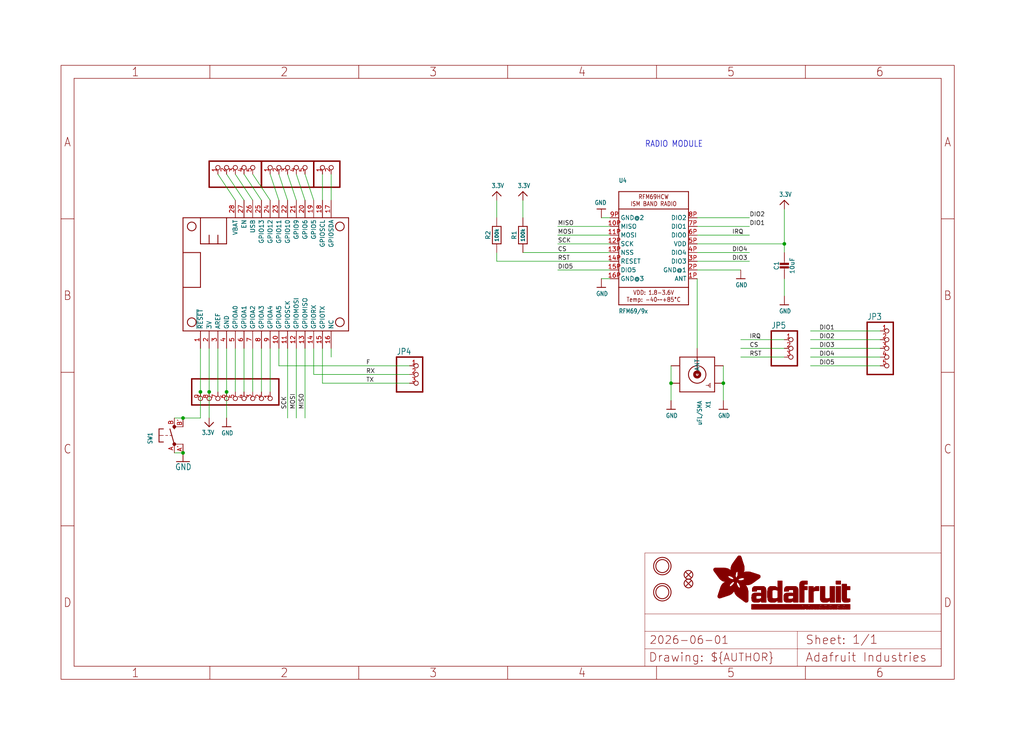
<source format=kicad_sch>
(kicad_sch (version 20230121) (generator eeschema)
  (paper "User" 298.45 217.322)
  (lib_symbols
    (symbol "working-eagle-import:3.3V" (power)
      (property "Value" "3.3V" (at -1.524 1.016 0))
      (symbol "3.3V_1_0"
        (pin power_in line (at 0 -2.54 90) (length 2.54) (name "3.3V") (number "1"))
      )
    )
    (symbol "working-eagle-import:CAP_CERAMIC0805-NOOUTLINE"
      (property "Reference" "C" (at -2.29 1.25 90))
      (symbol "CAP_CERAMIC0805-NOOUTLINE_1_0"
        (pin passive line (at 0 5.08 270) (length 2.54) (name "1") (number "1"))
        (pin passive line (at 0 -2.54 90) (length 2.54) (name "2") (number "2"))
      )
    )
    (symbol "working-eagle-import:FEATHERWING_NOHOLES"
      (symbol "FEATHERWING_NOHOLES_1_0"
        (pin input line (at 5.08 -5.08 90) (length 5.08) (name "~{RESET}") (number "1"))
        (pin bidirectional line (at 27.94 -5.08 90) (length 5.08) (name "GPIOA5") (number "10"))
        (pin bidirectional line (at 30.48 -5.08 90) (length 5.08) (name "GPIOSCK") (number "11"))
        (pin bidirectional line (at 33.02 -5.08 90) (length 5.08) (name "GPIOMOSI") (number "12"))
        (pin bidirectional line (at 35.56 -5.08 90) (length 5.08) (name "GPIOMISO") (number "13"))
        (pin bidirectional line (at 38.1 -5.08 90) (length 5.08) (name "GPIORX") (number "14"))
        (pin bidirectional line (at 40.64 -5.08 90) (length 5.08) (name "GPIOTX") (number "15"))
        (pin passive line (at 43.18 -5.08 90) (length 5.08) (name "NC") (number "16"))
        (pin bidirectional line (at 43.18 38.1 270) (length 5.08) (name "GPIOSDA") (number "17"))
        (pin bidirectional line (at 40.64 38.1 270) (length 5.08) (name "GPIOSCL") (number "18"))
        (pin bidirectional line (at 38.1 38.1 270) (length 5.08) (name "GPIO5") (number "19"))
        (pin power_in line (at 7.62 -5.08 90) (length 5.08) (name "3V") (number "2"))
        (pin bidirectional line (at 35.56 38.1 270) (length 5.08) (name "GPIO6") (number "20"))
        (pin bidirectional line (at 33.02 38.1 270) (length 5.08) (name "GPIO9") (number "21"))
        (pin bidirectional line (at 30.48 38.1 270) (length 5.08) (name "GPIO10") (number "22"))
        (pin bidirectional line (at 27.94 38.1 270) (length 5.08) (name "GPIO11") (number "23"))
        (pin bidirectional line (at 25.4 38.1 270) (length 5.08) (name "GPIO12") (number "24"))
        (pin bidirectional line (at 22.86 38.1 270) (length 5.08) (name "GPIO13") (number "25"))
        (pin power_in line (at 20.32 38.1 270) (length 5.08) (name "USB") (number "26"))
        (pin passive line (at 17.78 38.1 270) (length 5.08) (name "EN") (number "27"))
        (pin power_in line (at 15.24 38.1 270) (length 5.08) (name "VBAT") (number "28"))
        (pin passive line (at 10.16 -5.08 90) (length 5.08) (name "AREF") (number "3"))
        (pin power_in line (at 12.7 -5.08 90) (length 5.08) (name "GND") (number "4"))
        (pin bidirectional line (at 15.24 -5.08 90) (length 5.08) (name "GPIOA0") (number "5"))
        (pin bidirectional line (at 17.78 -5.08 90) (length 5.08) (name "GPIOA1") (number "6"))
        (pin bidirectional line (at 20.32 -5.08 90) (length 5.08) (name "GPIOA2") (number "7"))
        (pin bidirectional line (at 22.86 -5.08 90) (length 5.08) (name "GPIOA3") (number "8"))
        (pin bidirectional line (at 25.4 -5.08 90) (length 5.08) (name "GPIOA4") (number "9"))
      )
    )
    (symbol "working-eagle-import:FIDUCIAL{dblquote}{dblquote}")
    (symbol "working-eagle-import:FRAME_A4_ADAFRUIT"
      (symbol "FRAME_A4_ADAFRUIT_1_0"
        (text "${#}/${##}" (at 230.505 10.16 0) (effects (font (size 2.54 2.54)) (justify left bottom)))
        (text "${AUTHOR}" (at 189.23 5.08 0) (effects (font (size 2.286 2.286)) (justify left bottom)))
        (text "${CURRENT_DATE}" (at 171.45 10.16 0) (effects (font (size 2.286 2.286)) (justify left bottom)))
        (text "${PROJECTNAME}" (at 171.45 15.24 0) (effects (font (size 2.54 2.54)) (justify left bottom)))
        (text "1" (at 21.6958 1.905 0) (effects (font (size 2.54 2.286))))
        (text "1" (at 21.6958 177.165 0) (effects (font (size 2.54 2.286))))
        (text "2" (at 65.0875 1.905 0) (effects (font (size 2.54 2.286))))
        (text "2" (at 65.0875 177.165 0) (effects (font (size 2.54 2.286))))
        (text "3" (at 108.4792 1.905 0) (effects (font (size 2.54 2.286))))
        (text "3" (at 108.4792 177.165 0) (effects (font (size 2.54 2.286))))
        (text "4" (at 151.8708 1.905 0) (effects (font (size 2.54 2.286))))
        (text "4" (at 151.8708 177.165 0) (effects (font (size 2.54 2.286))))
        (text "5" (at 195.2625 1.905 0) (effects (font (size 2.54 2.286))))
        (text "5" (at 195.2625 177.165 0) (effects (font (size 2.54 2.286))))
        (text "6" (at 238.6542 1.905 0) (effects (font (size 2.54 2.286))))
        (text "6" (at 238.6542 177.165 0) (effects (font (size 2.54 2.286))))
        (text "A" (at 1.905 156.6863 0) (effects (font (size 2.54 2.286))))
        (text "A" (at 258.445 156.6863 0) (effects (font (size 2.54 2.286))))
        (text "Adafruit Industries" (at 216.916 4.953 0) (effects (font (size 2.54 2.54)) (justify left bottom)))
        (text "B" (at 1.905 111.9188 0) (effects (font (size 2.54 2.286))))
        (text "B" (at 258.445 111.9188 0) (effects (font (size 2.54 2.286))))
        (text "C" (at 1.905 67.1513 0) (effects (font (size 2.54 2.286))))
        (text "C" (at 258.445 67.1513 0) (effects (font (size 2.54 2.286))))
        (text "D" (at 1.905 22.3838 0) (effects (font (size 2.54 2.286))))
        (text "D" (at 258.445 22.3838 0) (effects (font (size 2.54 2.286))))
        (text "Drawing:" (at 171.196 4.953 0) (effects (font (size 2.54 2.54)) (justify left bottom)))
        (text "Sheet:" (at 216.916 10.033 0) (effects (font (size 2.54 2.54)) (justify left bottom)))
      )
    )
    (symbol "working-eagle-import:GND" (power)
      (property "Value" "GND" (at -2.54 -2.54 0))
      (symbol "GND_1_0"
        (pin power_in line (at 0 2.54 270) (length 2.54) (name "GND") (number "1"))
      )
    )
    (symbol "working-eagle-import:HEADER-1X2ROUND"
      (property "Reference" "JP" (at -6.35 5.715 0))
      (symbol "HEADER-1X2ROUND_1_0"
        (pin passive inverted (at -2.54 2.54 0) (length 2.54) (name "1") (number "1"))
        (pin passive inverted (at -2.54 0 0) (length 2.54) (name "2") (number "2"))
      )
    )
    (symbol "working-eagle-import:HEADER-1X376MIL"
      (property "Reference" "JP" (at -6.35 5.715 0))
      (symbol "HEADER-1X376MIL_1_0"
        (pin passive inverted (at -2.54 2.54 0) (length 2.54) (name "1") (number "1"))
        (pin passive inverted (at -2.54 0 0) (length 2.54) (name "2") (number "2"))
        (pin passive inverted (at -2.54 -2.54 0) (length 2.54) (name "3") (number "3"))
      )
    )
    (symbol "working-eagle-import:HEADER-1X570MIL"
      (property "Reference" "JP" (at -6.35 8.255 0))
      (symbol "HEADER-1X570MIL_1_0"
        (pin passive inverted (at -2.54 5.08 0) (length 2.54) (name "1") (number "1"))
        (pin passive inverted (at -2.54 2.54 0) (length 2.54) (name "2") (number "2"))
        (pin passive inverted (at -2.54 0 0) (length 2.54) (name "3") (number "3"))
        (pin passive inverted (at -2.54 -2.54 0) (length 2.54) (name "4") (number "4"))
        (pin passive inverted (at -2.54 -5.08 0) (length 2.54) (name "5") (number "5"))
      )
    )
    (symbol "working-eagle-import:HEADER-1X576MIL"
      (property "Reference" "JP" (at -6.35 8.255 0))
      (symbol "HEADER-1X576MIL_1_0"
        (pin passive inverted (at -2.54 5.08 0) (length 2.54) (name "1") (number "1"))
        (pin passive inverted (at -2.54 2.54 0) (length 2.54) (name "2") (number "2"))
        (pin passive inverted (at -2.54 0 0) (length 2.54) (name "3") (number "3"))
        (pin passive inverted (at -2.54 -2.54 0) (length 2.54) (name "4") (number "4"))
        (pin passive inverted (at -2.54 -5.08 0) (length 2.54) (name "5") (number "5"))
      )
    )
    (symbol "working-eagle-import:HEADER-1X970MIL"
      (property "Reference" "JP" (at -6.35 13.335 0))
      (symbol "HEADER-1X970MIL_1_0"
        (pin passive inverted (at -2.54 10.16 0) (length 2.54) (name "1") (number "1"))
        (pin passive inverted (at -2.54 7.62 0) (length 2.54) (name "2") (number "2"))
        (pin passive inverted (at -2.54 5.08 0) (length 2.54) (name "3") (number "3"))
        (pin passive inverted (at -2.54 2.54 0) (length 2.54) (name "4") (number "4"))
        (pin passive inverted (at -2.54 0 0) (length 2.54) (name "5") (number "5"))
        (pin passive inverted (at -2.54 -2.54 0) (length 2.54) (name "6") (number "6"))
        (pin passive inverted (at -2.54 -5.08 0) (length 2.54) (name "7") (number "7"))
        (pin passive inverted (at -2.54 -7.62 0) (length 2.54) (name "8") (number "8"))
        (pin passive inverted (at -2.54 -10.16 0) (length 2.54) (name "9") (number "9"))
      )
    )
    (symbol "working-eagle-import:MOUNTINGHOLE2.5")
    (symbol "working-eagle-import:RESISTOR_0603_NOOUT"
      (property "Reference" "R" (at 0 2.54 0))
      (symbol "RESISTOR_0603_NOOUT_1_0"
        (pin passive line (at -5.08 0 0) (length 2.54) (name "1") (number "1"))
        (pin passive line (at 5.08 0 180) (length 2.54) (name "2") (number "2"))
      )
    )
    (symbol "working-eagle-import:RFM69HCW_SMT"
      (property "Reference" "U" (at -10.16 17.78 0))
      (symbol "RFM69HCW_SMT_1_0"
        (text "RFM69HCW\nISM BAND RADIO" (at 0 12.7 0) (effects (font (size 1.27 1.0795))))
        (text "VDD: 1.8-3.6V\nTemp: -40~~+85°C" (at 0 -15.24 0) (effects (font (size 1.27 1.0795))))
        (pin output line (at -12.7 5.08 0) (length 2.54) (name "MISO") (number "10P"))
        (pin input line (at -12.7 2.54 0) (length 2.54) (name "MOSI") (number "11P"))
        (pin input line (at -12.7 0 0) (length 2.54) (name "SCK") (number "12P"))
        (pin input line (at -12.7 -2.54 0) (length 2.54) (name "NSS") (number "13P"))
        (pin input line (at -12.7 -5.08 0) (length 2.54) (name "RESET") (number "14P"))
        (pin bidirectional line (at -12.7 -7.62 0) (length 2.54) (name "DIO5") (number "15P"))
        (pin power_in line (at -12.7 -10.16 0) (length 2.54) (name "GND@3") (number "16P"))
        (pin bidirectional line (at 12.7 -10.16 180) (length 2.54) (name "ANT") (number "1P"))
        (pin power_in line (at 12.7 -7.62 180) (length 2.54) (name "GND@1") (number "2P"))
        (pin bidirectional line (at 12.7 -5.08 180) (length 2.54) (name "DIO3") (number "3P"))
        (pin bidirectional line (at 12.7 -2.54 180) (length 2.54) (name "DIO4") (number "4P"))
        (pin power_in line (at 12.7 0 180) (length 2.54) (name "VDD") (number "5P"))
        (pin bidirectional line (at 12.7 2.54 180) (length 2.54) (name "DIO0") (number "6P"))
        (pin bidirectional line (at 12.7 5.08 180) (length 2.54) (name "DIO1") (number "7P"))
        (pin bidirectional line (at 12.7 7.62 180) (length 2.54) (name "DIO2") (number "8P"))
        (pin power_in line (at -12.7 7.62 0) (length 2.54) (name "GND@2") (number "9P"))
      )
    )
    (symbol "working-eagle-import:SMACONNECTOR_EDGE_UFL"
      (property "Reference" "X" (at 7.62 2.54 0))
      (symbol "SMACONNECTOR_EDGE_UFL_1_0"
        (pin power_in line (at -2.54 7.62 270) (length 2.54) (name "GND1") (number "GND@1"))
        (pin power_in line (at 2.54 7.62 270) (length 2.54) (name "GND2") (number "GND@2"))
        (pin power_in line (at -2.54 -7.62 90) (length 2.54) (name "GND3") (number "GND@3"))
        (pin power_in line (at 2.54 -7.62 90) (length 2.54) (name "GND4") (number "GND@4"))
        (pin bidirectional line (at -7.62 0 0) (length 2.54) (name "ANT") (number "P"))
      )
    )
    (symbol "working-eagle-import:SWITCH_TACT_SMT4.6X2.8"
      (property "Reference" "SW" (at -2.54 6.35 0))
      (symbol "SWITCH_TACT_SMT4.6X2.8_1_0"
        (pin passive line (at -5.08 0 0) (length 2.54) (name "P") (number "A"))
        (pin passive line (at -5.08 -2.54 0) (length 2.54) (name "P1") (number "A'"))
        (pin passive line (at 5.08 0 180) (length 2.54) (name "S") (number "B"))
        (pin passive line (at 5.08 -2.54 180) (length 2.54) (name "S1") (number "B'"))
      )
    )
    (symbol "working-eagle-import:microbuilder_GND" (power)
      (property "Value" "microbuilder_GND" (at -1.524 -2.54 0))
      (symbol "microbuilder_GND_1_0"
        (pin power_in line (at 0 2.54 270) (length 2.54) (name "GND") (number "1"))
      )
    )
  )
  (junction (at 53.34 121.92))
  (junction (at 210.82 111.76))
  (junction (at 58.42 114.3))
  (junction (at 66.04 114.3))
  (junction (at 195.58 111.76))
  (junction (at 60.96 114.3))
  (junction (at 53.34 132.08))
  (junction (at 228.6 71.12))
  (wire (pts (xy 71.12 50.8) (xy 76.2 58.42)) (stroke (width 0.1524)))
  (wire (pts (xy 88.9 50.8) (xy 91.44 58.42)) (stroke (width 0.1524)))
  (wire (pts (xy 63.5 50.8) (xy 68.58 58.42)) (stroke (width 0.1524)))
  (wire (pts (xy 177.8 81.28) (xy 175.26 81.28)) (stroke (width 0.1524)))
  (wire (pts (xy 78.74 114.3) (xy 78.74 101.6)) (stroke (width 0.1524)))
  (wire (pts (xy 86.36 50.8) (xy 88.9 58.42)) (stroke (width 0.1524)))
  (wire (pts (xy 195.58 106.68) (xy 195.58 111.76)) (stroke (width 0.1524)))
  (wire (pts (xy 93.98 50.8) (xy 93.98 58.42)) (stroke (width 0.1524)))
  (wire (pts (xy 83.82 50.8) (xy 86.36 58.42)) (stroke (width 0.1524)))
  (wire (pts (xy 203.2 63.5) (xy 218.44 63.5)) (stroke (width 0.1524)))
  (wire (pts (xy 152.4 63.5) (xy 152.4 58.42)) (stroke (width 0.1524)))
  (wire (pts (xy 162.56 71.12) (xy 177.8 71.12)) (stroke (width 0.1524)))
  (wire (pts (xy 177.8 78.74) (xy 162.56 78.74)) (stroke (width 0.1524)))
  (wire (pts (xy 162.56 68.58) (xy 177.8 68.58)) (stroke (width 0.1524)))
  (wire (pts (xy 236.22 104.14) (xy 256.54 104.14)) (stroke (width 0.1524)))
  (wire (pts (xy 93.98 101.6) (xy 93.98 111.76)) (stroke (width 0.1524)))
  (wire (pts (xy 81.28 106.68) (xy 119.38 106.68)) (stroke (width 0.1524)))
  (wire (pts (xy 152.4 73.66) (xy 177.8 73.66)) (stroke (width 0.1524)))
  (wire (pts (xy 66.04 50.8) (xy 71.12 58.42)) (stroke (width 0.1524)))
  (wire (pts (xy 236.22 99.06) (xy 256.54 99.06)) (stroke (width 0.1524)))
  (wire (pts (xy 228.6 104.14) (xy 215.9 104.14)) (stroke (width 0.1524)))
  (wire (pts (xy 71.12 114.3) (xy 71.12 101.6)) (stroke (width 0.1524)))
  (wire (pts (xy 58.42 121.92) (xy 58.42 114.3)) (stroke (width 0.1524)))
  (wire (pts (xy 177.8 66.04) (xy 162.56 66.04)) (stroke (width 0.1524)))
  (wire (pts (xy 177.8 63.5) (xy 175.26 63.5)) (stroke (width 0.1524)))
  (wire (pts (xy 73.66 114.3) (xy 73.66 101.6)) (stroke (width 0.1524)))
  (wire (pts (xy 96.52 101.6) (xy 96.52 104.14)) (stroke (width 0.1524)))
  (wire (pts (xy 50.8 121.92) (xy 53.34 121.92)) (stroke (width 0.1524)))
  (wire (pts (xy 66.04 114.3) (xy 66.04 101.6)) (stroke (width 0.1524)))
  (wire (pts (xy 203.2 66.04) (xy 218.44 66.04)) (stroke (width 0.1524)))
  (wire (pts (xy 210.82 111.76) (xy 210.82 116.84)) (stroke (width 0.1524)))
  (wire (pts (xy 228.6 81.28) (xy 228.6 86.36)) (stroke (width 0.1524)))
  (wire (pts (xy 58.42 114.3) (xy 58.42 101.6)) (stroke (width 0.1524)))
  (wire (pts (xy 93.98 111.76) (xy 119.38 111.76)) (stroke (width 0.1524)))
  (wire (pts (xy 144.78 76.2) (xy 144.78 73.66)) (stroke (width 0.1524)))
  (wire (pts (xy 76.2 114.3) (xy 76.2 101.6)) (stroke (width 0.1524)))
  (wire (pts (xy 203.2 76.2) (xy 218.44 76.2)) (stroke (width 0.1524)))
  (wire (pts (xy 63.5 114.3) (xy 63.5 101.6)) (stroke (width 0.1524)))
  (wire (pts (xy 60.96 121.92) (xy 60.96 114.3)) (stroke (width 0.1524)))
  (wire (pts (xy 73.66 50.8) (xy 78.74 58.42)) (stroke (width 0.1524)))
  (wire (pts (xy 53.34 121.92) (xy 58.42 121.92)) (stroke (width 0.1524)))
  (wire (pts (xy 88.9 101.6) (xy 88.9 121.92)) (stroke (width 0.1524)))
  (wire (pts (xy 203.2 68.58) (xy 218.44 68.58)) (stroke (width 0.1524)))
  (wire (pts (xy 256.54 101.6) (xy 236.22 101.6)) (stroke (width 0.1524)))
  (wire (pts (xy 228.6 71.12) (xy 228.6 73.66)) (stroke (width 0.1524)))
  (wire (pts (xy 177.8 76.2) (xy 144.78 76.2)) (stroke (width 0.1524)))
  (wire (pts (xy 86.36 121.92) (xy 86.36 101.6)) (stroke (width 0.1524)))
  (wire (pts (xy 66.04 114.3) (xy 66.04 121.92)) (stroke (width 0.1524)))
  (wire (pts (xy 203.2 73.66) (xy 218.44 73.66)) (stroke (width 0.1524)))
  (wire (pts (xy 91.44 101.6) (xy 91.44 109.22)) (stroke (width 0.1524)))
  (wire (pts (xy 96.52 50.8) (xy 96.52 58.42)) (stroke (width 0.1524)))
  (wire (pts (xy 195.58 111.76) (xy 195.58 116.84)) (stroke (width 0.1524)))
  (wire (pts (xy 81.28 101.6) (xy 81.28 106.68)) (stroke (width 0.1524)))
  (wire (pts (xy 203.2 101.6) (xy 203.2 81.28)) (stroke (width 0.1524)))
  (wire (pts (xy 68.58 114.3) (xy 68.58 101.6)) (stroke (width 0.1524)))
  (wire (pts (xy 228.6 71.12) (xy 228.6 60.96)) (stroke (width 0.1524)))
  (wire (pts (xy 228.6 99.06) (xy 215.9 99.06)) (stroke (width 0.1524)))
  (wire (pts (xy 119.38 109.22) (xy 91.44 109.22)) (stroke (width 0.1524)))
  (wire (pts (xy 53.34 132.08) (xy 50.8 132.08)) (stroke (width 0.1524)))
  (wire (pts (xy 144.78 58.42) (xy 144.78 63.5)) (stroke (width 0.1524)))
  (wire (pts (xy 210.82 106.68) (xy 210.82 111.76)) (stroke (width 0.1524)))
  (wire (pts (xy 256.54 96.52) (xy 236.22 96.52)) (stroke (width 0.1524)))
  (wire (pts (xy 256.54 106.68) (xy 236.22 106.68)) (stroke (width 0.1524)))
  (wire (pts (xy 203.2 78.74) (xy 215.9 78.74)) (stroke (width 0.1524)))
  (wire (pts (xy 203.2 71.12) (xy 228.6 71.12)) (stroke (width 0.1524)))
  (wire (pts (xy 83.82 101.6) (xy 83.82 121.92)) (stroke (width 0.1524)))
  (wire (pts (xy 78.74 50.8) (xy 81.28 58.42)) (stroke (width 0.1524)))
  (wire (pts (xy 81.28 50.8) (xy 83.82 58.42)) (stroke (width 0.1524)))
  (wire (pts (xy 68.58 50.8) (xy 73.66 58.42)) (stroke (width 0.1524)))
  (wire (pts (xy 60.96 114.3) (xy 60.96 101.6)) (stroke (width 0.1524)))
  (wire (pts (xy 215.9 101.6) (xy 228.6 101.6)) (stroke (width 0.1524)))
  (text "RADIO MODULE" (at 187.96 43.18 0) (effects (font (size 1.778 1.5113)) (justify left bottom)))
  (label "DIO5" (at 162.56 78.74 0) (effects (font (size 1.2446 1.2446))))
  (label "TX" (at 106.68 111.76 0) (effects (font (size 1.2446 1.2446))))
  (label "F" (at 106.68 106.68 0) (effects (font (size 1.2446 1.2446))))
  (label "DIO4" (at 213.36 73.66 0) (effects (font (size 1.2446 1.2446))))
  (label "DIO3" (at 238.76 101.6 0) (effects (font (size 1.2446 1.2446))))
  (label "MISO" (at 162.56 66.04 0) (effects (font (size 1.2446 1.2446))))
  (label "DIO5" (at 238.76 106.68 0) (effects (font (size 1.2446 1.2446))))
  (label "SCK" (at 83.82 119.38 90) (effects (font (size 1.2446 1.2446))))
  (label "MOSI" (at 86.36 119.38 90) (effects (font (size 1.2446 1.2446))))
  (label "CS" (at 162.56 73.66 0) (effects (font (size 1.2446 1.2446))))
  (label "MISO" (at 88.9 119.38 90) (effects (font (size 1.2446 1.2446))))
  (label "DIO3" (at 213.36 76.2 0) (effects (font (size 1.2446 1.2446))))
  (label "MOSI" (at 162.56 68.58 0) (effects (font (size 1.2446 1.2446))))
  (label "CS" (at 218.44 101.6 0) (effects (font (size 1.2446 1.2446))))
  (label "SCK" (at 162.56 71.12 0) (effects (font (size 1.2446 1.2446))))
  (label "RX" (at 106.68 109.22 0) (effects (font (size 1.2446 1.2446))))
  (label "IRQ" (at 213.36 68.58 0) (effects (font (size 1.2446 1.2446))))
  (label "DIO4" (at 238.76 104.14 0) (effects (font (size 1.2446 1.2446))))
  (label "DIO2" (at 218.44 63.5 0) (effects (font (size 1.2446 1.2446))))
  (label "RST" (at 162.56 76.2 0) (effects (font (size 1.2446 1.2446))))
  (label "DIO2" (at 238.76 99.06 0) (effects (font (size 1.2446 1.2446))))
  (label "DIO1" (at 238.76 96.52 0) (effects (font (size 1.2446 1.2446))))
  (label "IRQ" (at 218.44 99.06 0) (effects (font (size 1.2446 1.2446))))
  (label "DIO1" (at 218.44 66.04 0) (effects (font (size 1.2446 1.2446))))
  (label "RST" (at 218.44 104.14 0) (effects (font (size 1.2446 1.2446))))
  (symbol (lib_id "working-eagle-import:FRAME_A4_ADAFRUIT") (at 17.78 198.12 0) (unit 1)
    (property "Reference" "#U$17" (effects hide))
    (property "Value" "FRAME_A4_ADAFRUIT" (effects hide))
  )
  (symbol (lib_id "working-eagle-import:SWITCH_TACT_SMT4.6X2.8") (at 50.8 127 90) (unit 1)
    (property "Reference" "SW1" (at 44.45 129.54 0) (effects (font (size 1.27 1.0795)) (justify left bottom)))
    (property "Value" "SWITCH_TACT_SMT4.6X2.8" (effects hide))
    (property "Footprint" "working:BTN_KMR2_4.6X2.8" (effects hide))
  )
  (symbol (lib_id "working-eagle-import:RESISTOR_0603_NOOUT") (at 144.78 68.58 90) (unit 1)
    (property "Reference" "R2" (at 142.24 68.58 0))
    (property "Value" "100k" (at 144.78 68.58 0) (effects (font (size 1.016 1.016) bold)))
    (property "Footprint" "working:0603-NO" (effects hide))
  )
  (symbol (lib_id "working-eagle-import:HEADER-1X2ROUND") (at 96.52 48.26 90) (unit 1)
    (property "Reference" "JP6" (effects hide))
    (property "Value" "HEADER-1X2ROUND" (effects hide))
    (property "Footprint" "working:1X02_ROUND" (effects hide))
  )
  (symbol (lib_id "working-eagle-import:microbuilder_GND") (at 66.04 124.46 0) (unit 1)
    (property "Reference" "#U$3" (effects hide))
    (property "Value" "GND" (at 64.516 127 0) (effects (font (size 1.27 1.0795)) (justify left bottom)))
  )
  (symbol (lib_id "working-eagle-import:GND") (at 53.34 134.62 0) (mirror y) (unit 1)
    (property "Reference" "#GND3" (effects hide))
    (property "Value" "GND" (at 55.88 137.16 0) (effects (font (size 1.778 1.5113)) (justify left bottom)))
  )
  (symbol (lib_id "working-eagle-import:3.3V") (at 228.6 58.42 0) (unit 1)
    (property "Reference" "#U$5" (effects hide))
    (property "Value" "3.3V" (at 227.076 57.404 0) (effects (font (size 1.27 1.0795)) (justify left bottom)))
  )
  (symbol (lib_id "working-eagle-import:HEADER-1X970MIL") (at 68.58 116.84 270) (unit 1)
    (property "Reference" "JP1" (effects hide))
    (property "Value" "HEADER-1X970MIL" (effects hide))
    (property "Footprint" "working:1X09_ROUND_70" (effects hide))
  )
  (symbol (lib_id "working-eagle-import:FIDUCIAL{dblquote}{dblquote}") (at 200.66 167.64 0) (unit 1)
    (property "Reference" "FID1" (effects hide))
    (property "Value" "FIDUCIAL{dblquote}{dblquote}" (effects hide))
    (property "Footprint" "working:FIDUCIAL_1MM" (effects hide))
  )
  (symbol (lib_id "working-eagle-import:HEADER-1X570MIL") (at 68.58 48.26 90) (unit 1)
    (property "Reference" "JP2" (effects hide))
    (property "Value" "HEADER-1X570MIL" (effects hide))
    (property "Footprint" "working:1X05_ROUND_70" (effects hide))
  )
  (symbol (lib_id "working-eagle-import:CAP_CERAMIC0805-NOOUTLINE") (at 228.6 78.74 0) (unit 1)
    (property "Reference" "C1" (at 226.31 77.49 90))
    (property "Value" "10uF" (at 230.9 77.49 90))
    (property "Footprint" "working:0805-NO" (effects hide))
  )
  (symbol (lib_id "working-eagle-import:microbuilder_GND") (at 228.6 88.9 0) (unit 1)
    (property "Reference" "#U$10" (effects hide))
    (property "Value" "GND" (at 227.076 91.44 0) (effects (font (size 1.27 1.0795)) (justify left bottom)))
  )
  (symbol (lib_id "working-eagle-import:FEATHERWING_NOHOLES") (at 53.34 96.52 0) (unit 1)
    (property "Reference" "MS1" (effects hide))
    (property "Value" "FEATHERWING_NOHOLES" (effects hide))
    (property "Footprint" "working:FEATHERWING_NOHOLES" (effects hide))
  )
  (symbol (lib_id "working-eagle-import:RESISTOR_0603_NOOUT") (at 152.4 68.58 90) (unit 1)
    (property "Reference" "R1" (at 149.86 68.58 0))
    (property "Value" "100k" (at 152.4 68.58 0) (effects (font (size 1.016 1.016) bold)))
    (property "Footprint" "working:0603-NO" (effects hide))
  )
  (symbol (lib_id "working-eagle-import:HEADER-1X376MIL") (at 231.14 101.6 0) (unit 1)
    (property "Reference" "JP5" (at 224.79 95.885 0) (effects (font (size 1.778 1.5113)) (justify left bottom)))
    (property "Value" "HEADER-1X376MIL" (effects hide))
    (property "Footprint" "working:1X03_ROUND_76" (effects hide))
  )
  (symbol (lib_id "working-eagle-import:3.3V") (at 144.78 55.88 0) (unit 1)
    (property "Reference" "#U$6" (effects hide))
    (property "Value" "3.3V" (at 143.256 54.864 0) (effects (font (size 1.27 1.0795)) (justify left bottom)))
  )
  (symbol (lib_id "working-eagle-import:HEADER-1X376MIL") (at 121.92 109.22 0) (unit 1)
    (property "Reference" "JP4" (at 115.57 103.505 0) (effects (font (size 1.778 1.5113)) (justify left bottom)))
    (property "Value" "HEADER-1X376MIL" (effects hide))
    (property "Footprint" "working:1X03_ROUND_76" (effects hide))
  )
  (symbol (lib_id "working-eagle-import:microbuilder_GND") (at 175.26 83.82 0) (unit 1)
    (property "Reference" "#U$11" (effects hide))
    (property "Value" "GND" (at 173.736 86.36 0) (effects (font (size 1.27 1.0795)) (justify left bottom)))
  )
  (symbol (lib_id "working-eagle-import:RFM69HCW_SMT") (at 190.5 71.12 0) (unit 1)
    (property "Reference" "U4" (at 180.34 53.34 0) (effects (font (size 1.27 1.0795)) (justify left bottom)))
    (property "Value" "RFM69/9x" (at 180.34 91.44 0) (effects (font (size 1.27 1.0795)) (justify left bottom)))
    (property "Footprint" "working:RFMHCW_SMT" (effects hide))
  )
  (symbol (lib_id "working-eagle-import:microbuilder_GND") (at 210.82 119.38 0) (unit 1)
    (property "Reference" "#U$2" (effects hide))
    (property "Value" "GND" (at 209.296 121.92 0) (effects (font (size 1.27 1.0795)) (justify left bottom)))
  )
  (symbol (lib_id "working-eagle-import:MOUNTINGHOLE2.5") (at 193.04 172.72 0) (unit 1)
    (property "Reference" "U$8" (effects hide))
    (property "Value" "MOUNTINGHOLE2.5" (effects hide))
    (property "Footprint" "working:MOUNTINGHOLE_2.5_PLATED" (effects hide))
  )
  (symbol (lib_id "working-eagle-import:microbuilder_GND") (at 215.9 81.28 0) (unit 1)
    (property "Reference" "#U$13" (effects hide))
    (property "Value" "GND" (at 214.376 83.82 0) (effects (font (size 1.27 1.0795)) (justify left bottom)))
  )
  (symbol (lib_id "working-eagle-import:HEADER-1X570MIL") (at 259.08 101.6 0) (unit 1)
    (property "Reference" "JP3" (at 252.73 93.345 0) (effects (font (size 1.778 1.5113)) (justify left bottom)))
    (property "Value" "HEADER-1X570MIL" (effects hide))
    (property "Footprint" "working:1X05_ROUND_70" (effects hide))
  )
  (symbol (lib_id "working-eagle-import:FIDUCIAL{dblquote}{dblquote}") (at 200.66 170.18 0) (unit 1)
    (property "Reference" "FID2" (effects hide))
    (property "Value" "FIDUCIAL{dblquote}{dblquote}" (effects hide))
    (property "Footprint" "working:FIDUCIAL_1MM" (effects hide))
  )
  (symbol (lib_id "working-eagle-import:microbuilder_GND") (at 195.58 119.38 0) (unit 1)
    (property "Reference" "#U$12" (effects hide))
    (property "Value" "GND" (at 194.056 121.92 0) (effects (font (size 1.27 1.0795)) (justify left bottom)))
  )
  (symbol (lib_id "working-eagle-import:microbuilder_GND") (at 175.26 60.96 180) (unit 1)
    (property "Reference" "#U$9" (effects hide))
    (property "Value" "GND" (at 176.784 58.42 0) (effects (font (size 1.27 1.0795)) (justify left bottom)))
  )
  (symbol (lib_id "working-eagle-import:3.3V") (at 152.4 55.88 0) (unit 1)
    (property "Reference" "#U$4" (effects hide))
    (property "Value" "3.3V" (at 150.876 54.864 0) (effects (font (size 1.27 1.0795)) (justify left bottom)))
  )
  (symbol (lib_id "working-eagle-import:3.3V") (at 60.96 124.46 180) (unit 1)
    (property "Reference" "#U$1" (effects hide))
    (property "Value" "3.3V" (at 62.484 125.476 0) (effects (font (size 1.27 1.0795)) (justify left bottom)))
  )
  (symbol (lib_id "working-eagle-import:SMACONNECTOR_EDGE_UFL") (at 203.2 109.22 270) (unit 1)
    (property "Reference" "X1" (at 205.74 116.84 0) (effects (font (size 1.27 1.0795)) (justify left bottom)))
    (property "Value" "uFL/SMA" (at 203.2 116.84 0) (effects (font (size 1.27 1.0795)) (justify left bottom)))
    (property "Footprint" "working:SMA_EDGELAUNCH_UFL" (effects hide))
  )
  (symbol (lib_id "working-eagle-import:HEADER-1X576MIL") (at 83.82 48.26 90) (unit 1)
    (property "Reference" "JP7" (effects hide))
    (property "Value" "HEADER-1X576MIL" (effects hide))
    (property "Footprint" "working:1X05_ROUND_76" (effects hide))
  )
  (symbol (lib_id "working-eagle-import:MOUNTINGHOLE2.5") (at 193.04 165.1 0) (unit 1)
    (property "Reference" "U$7" (effects hide))
    (property "Value" "MOUNTINGHOLE2.5" (effects hide))
    (property "Footprint" "working:MOUNTINGHOLE_2.5_PLATED" (effects hide))
  )
)
</source>
